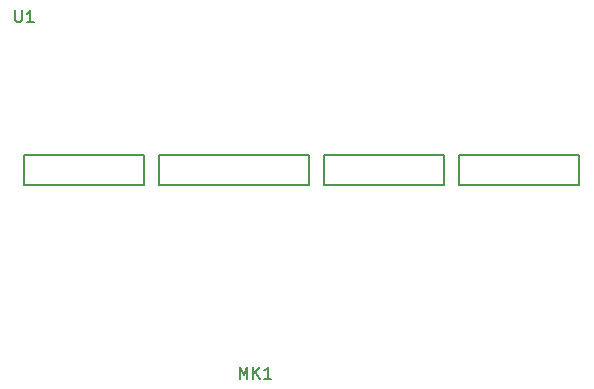
<source format=gbr>
G04 #@! TF.GenerationSoftware,KiCad,Pcbnew,(5.0.0-rc2-dev-586-g888c43477)*
G04 #@! TF.CreationDate,2018-06-03T15:17:15-03:00*
G04 #@! TF.ProjectId,Signal,5369676E616C2E6B696361645F706362,rev?*
G04 #@! TF.SameCoordinates,Original*
G04 #@! TF.FileFunction,Legend,Top*
G04 #@! TF.FilePolarity,Positive*
%FSLAX46Y46*%
G04 Gerber Fmt 4.6, Leading zero omitted, Abs format (unit mm)*
G04 Created by KiCad (PCBNEW (5.0.0-rc2-dev-586-g888c43477)) date 06/03/18 15:17:15*
%MOMM*%
%LPD*%
G01*
G04 APERTURE LIST*
%ADD10C,0.150000*%
G04 APERTURE END LIST*
D10*
X39878000Y-19050000D02*
X39878000Y-21590000D01*
X39878000Y-21590000D02*
X52578000Y-21590000D01*
X52578000Y-21590000D02*
X52578000Y-19304000D01*
X52578000Y-19304000D02*
X52578000Y-19050000D01*
X52578000Y-19050000D02*
X39878000Y-19050000D01*
X38608000Y-19050000D02*
X38608000Y-21590000D01*
X38608000Y-21590000D02*
X28448000Y-21590000D01*
X28448000Y-21590000D02*
X28448000Y-19050000D01*
X28448000Y-19050000D02*
X38608000Y-19050000D01*
X54102000Y-19050000D02*
X53848000Y-19050000D01*
X53848000Y-19050000D02*
X53848000Y-21590000D01*
X53848000Y-21590000D02*
X64008000Y-21590000D01*
X64008000Y-21590000D02*
X64008000Y-19050000D01*
X64008000Y-19050000D02*
X53848000Y-19050000D01*
X65278000Y-19050000D02*
X65278000Y-21590000D01*
X65278000Y-21590000D02*
X75438000Y-21590000D01*
X75438000Y-21590000D02*
X75438000Y-19050000D01*
X75438000Y-19050000D02*
X65278000Y-19050000D01*
X46696476Y-38034380D02*
X46696476Y-37034380D01*
X47029809Y-37748666D01*
X47363142Y-37034380D01*
X47363142Y-38034380D01*
X47839333Y-38034380D02*
X47839333Y-37034380D01*
X48410761Y-38034380D02*
X47982190Y-37462952D01*
X48410761Y-37034380D02*
X47839333Y-37605809D01*
X49363142Y-38034380D02*
X48791714Y-38034380D01*
X49077428Y-38034380D02*
X49077428Y-37034380D01*
X48982190Y-37177238D01*
X48886952Y-37272476D01*
X48791714Y-37320095D01*
X27686095Y-6818380D02*
X27686095Y-7627904D01*
X27733714Y-7723142D01*
X27781333Y-7770761D01*
X27876571Y-7818380D01*
X28067047Y-7818380D01*
X28162285Y-7770761D01*
X28209904Y-7723142D01*
X28257523Y-7627904D01*
X28257523Y-6818380D01*
X29257523Y-7818380D02*
X28686095Y-7818380D01*
X28971809Y-7818380D02*
X28971809Y-6818380D01*
X28876571Y-6961238D01*
X28781333Y-7056476D01*
X28686095Y-7104095D01*
M02*

</source>
